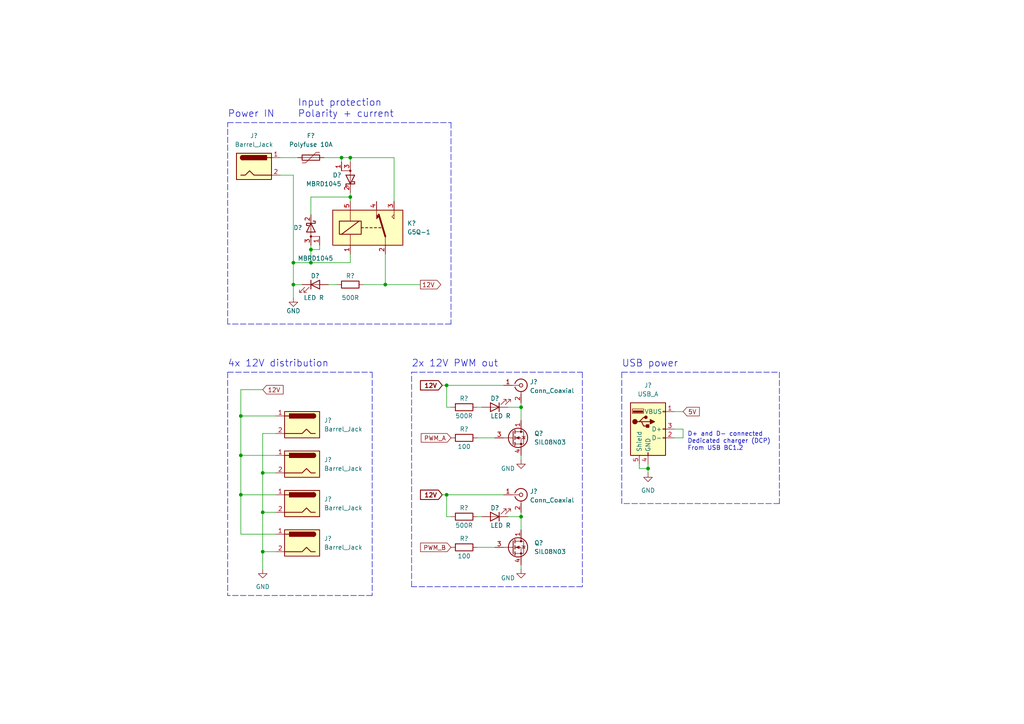
<source format=kicad_sch>
(kicad_sch (version 20211123) (generator eeschema)
  (paper "A4")
  (lib_symbols
    (symbol "Connector:Barrel_Jack" (pin_names (offset 1.016))
      (property "Reference" "J" (at 0 5.334 0))
      (property "Value" "Barrel_Jack" (at 0 -5.08 0))
      (symbol "Barrel_Jack_0_1"
        (rectangle (start -5.08 3.81) (end 5.08 -3.81) (stroke (width 0.254)) (fill (type background)))
        (arc (start -3.302 3.175) (mid -3.937 2.54) (end -3.302 1.905) (stroke (width 0.254)))
        (arc (start -3.302 3.175) (mid -3.937 2.54) (end -3.302 1.905) (stroke (width 0.254)) (fill (type outline)))
        (polyline (pts (xy 5.08 2.54) (xy 3.81 2.54)) (stroke (width 0.254)))
        (polyline (pts (xy -3.81 -2.54) (xy -2.54 -2.54) (xy -1.27 -1.27) (xy 0 -2.54) (xy 2.54 -2.54) (xy 5.08 -2.54)) (stroke (width 0.254)))
        (rectangle (start 3.683 3.175) (end -3.302 1.905) (stroke (width 0.254)) (fill (type outline)))
      )
      (symbol "Barrel_Jack_1_1"
        (pin passive line (at 7.62 2.54 180) (length 2.54) (name "~") (number "1"))
        (pin passive line (at 7.62 -2.54 180) (length 2.54) (name "~") (number "2"))
      )
    )
    (symbol "Connector:Conn_Coaxial" (pin_names (offset 1.016) hide)
      (property "Reference" "J" (at 0.254 3.048 0))
      (property "Value" "Conn_Coaxial" (at 2.921 0 90))
      (symbol "Conn_Coaxial_0_1"
        (arc (start -1.778 -0.508) (mid 0.222 -1.808) (end 1.778 0) (stroke (width 0.254)))
        (polyline (pts (xy -2.54 0) (xy -0.508 0)))
        (polyline (pts (xy 0 -2.54) (xy 0 -1.778)))
        (circle (center 0 0) (radius 0.508) (stroke (width 0.2032)))
        (arc (start 1.778 0) (mid 0.222 1.8083) (end -1.778 0.508) (stroke (width 0.254)))
      )
      (symbol "Conn_Coaxial_1_1"
        (pin passive line (at -5.08 0 0) (length 2.54) (name "In") (number "1"))
        (pin passive line (at 0 -5.08 90) (length 2.54) (name "Ext") (number "2"))
      )
    )
    (symbol "Connector:USB_A" (pin_names (offset 1.016))
      (property "Reference" "J" (at -5.08 11.43 0))
      (property "Value" "USB_A" (at -5.08 8.89 0))
      (symbol "USB_A_0_1"
        (rectangle (start -5.08 -7.62) (end 5.08 7.62) (stroke (width 0.254)) (fill (type background)))
        (circle (center -3.81 2.159) (radius 0.635) (stroke (width 0.254)) (fill (type outline)))
        (rectangle (start -1.524 4.826) (end -4.318 5.334) (fill (type outline)))
        (rectangle (start -1.27 4.572) (end -4.572 5.842))
        (circle (center -0.635 3.429) (radius 0.381) (stroke (width 0.254)) (fill (type outline)))
        (rectangle (start -0.127 -7.62) (end 0.127 -6.858))
        (polyline (pts (xy -3.175 2.159) (xy -2.54 2.159) (xy -1.27 3.429) (xy -0.635 3.429)) (stroke (width 0.254)))
        (polyline (pts (xy -2.54 2.159) (xy -1.905 2.159) (xy -1.27 0.889) (xy 0 0.889)) (stroke (width 0.254)))
        (polyline (pts (xy 0.635 2.794) (xy 0.635 1.524) (xy 1.905 2.159) (xy 0.635 2.794)) (stroke (width 0.254)) (fill (type outline)))
        (rectangle (start 0.254 1.27) (end -0.508 0.508) (stroke (width 0.254)) (fill (type outline)))
        (rectangle (start 5.08 -2.667) (end 4.318 -2.413))
        (rectangle (start 5.08 -0.127) (end 4.318 0.127))
        (rectangle (start 5.08 4.953) (end 4.318 5.207))
      )
      (symbol "USB_A_1_1"
        (polyline (pts (xy -1.905 2.159) (xy 0.635 2.159)) (stroke (width 0.254)))
        (pin power_in line (at 7.62 5.08 180) (length 2.54) (name "VBUS") (number "1"))
        (pin bidirectional line (at 7.62 -2.54 180) (length 2.54) (name "D-") (number "2"))
        (pin bidirectional line (at 7.62 0 180) (length 2.54) (name "D+") (number "3"))
        (pin power_in line (at 0 -10.16 90) (length 2.54) (name "GND") (number "4"))
        (pin passive line (at -2.54 -10.16 90) (length 2.54) (name "Shield") (number "5"))
      )
    )
    (symbol "Device:D_Schottky_AKA" (pin_names (offset 0) hide)
      (property "Reference" "D" (at 0 2.54 0))
      (property "Value" "D_Schottky_AKA" (at 0 -2.54 0))
      (symbol "D_Schottky_AKA_0_1"
        (polyline (pts (xy 1.27 1.27) (xy 1.27 -1.27) (xy -1.27 0) (xy 1.27 1.27)) (stroke (width 0.254)))
        (polyline (pts (xy 3.81 2.54) (xy 2.54 2.54) (xy 2.54 0) (xy -1.27 0)))
        (polyline (pts (xy -1.905 0.635) (xy -1.905 1.27) (xy -1.27 1.27) (xy -1.27 -1.27) (xy -0.635 -1.27) (xy -0.635 -0.635)) (stroke (width 0.254)))
        (circle (center 2.54 0) (radius 0.254) (fill (type outline)))
      )
      (symbol "D_Schottky_AKA_1_1"
        (pin input line (at 5.08 2.54 180) (length 2.54) (name "A") (number "1"))
        (pin passive line (at -3.81 0 0) (length 2.54) (name "K") (number "2"))
        (pin passive line (at 5.08 0 180) (length 2.54) (name "A") (number "3"))
      )
    )
    (symbol "Device:LED" (pin_numbers hide) (pin_names (offset 1.016) hide)
      (property "Reference" "D" (at 0 2.54 0))
      (property "Value" "LED" (at 0 -2.54 0))
      (symbol "LED_0_1"
        (polyline (pts (xy -1.27 -1.27) (xy -1.27 1.27)) (stroke (width 0.254)))
        (polyline (pts (xy -1.27 0) (xy 1.27 0)))
        (polyline (pts (xy 1.27 -1.27) (xy 1.27 1.27) (xy -1.27 0) (xy 1.27 -1.27)) (stroke (width 0.254)))
        (polyline (pts (xy -3.048 -0.762) (xy -4.572 -2.286) (xy -3.81 -2.286) (xy -4.572 -2.286) (xy -4.572 -1.524)))
        (polyline (pts (xy -1.778 -0.762) (xy -3.302 -2.286) (xy -2.54 -2.286) (xy -3.302 -2.286) (xy -3.302 -1.524)))
      )
      (symbol "LED_1_1"
        (pin passive line (at -3.81 0 0) (length 2.54) (name "K") (number "1"))
        (pin passive line (at 3.81 0 180) (length 2.54) (name "A") (number "2"))
      )
    )
    (symbol "Device:Polyfuse" (pin_numbers hide) (pin_names (offset 0))
      (property "Reference" "F" (at -2.54 0 90))
      (property "Value" "Polyfuse" (at 2.54 0 90))
      (symbol "Polyfuse_0_1"
        (rectangle (start -0.762 2.54) (end 0.762 -2.54) (stroke (width 0.254)))
        (polyline (pts (xy 0 2.54) (xy 0 -2.54)))
        (polyline (pts (xy -1.524 2.54) (xy -1.524 1.524) (xy 1.524 -1.524) (xy 1.524 -2.54)))
      )
      (symbol "Polyfuse_1_1"
        (pin passive line (at 0 3.81 270) (length 1.27) (name "~") (number "1"))
        (pin passive line (at 0 -3.81 90) (length 1.27) (name "~") (number "2"))
      )
    )
    (symbol "Device:R" (pin_numbers hide) (pin_names (offset 0))
      (property "Reference" "R" (at 2.032 0 90))
      (property "Value" "R" (at 0 0 90))
      (symbol "R_0_1"
        (rectangle (start -1.016 -2.54) (end 1.016 2.54) (stroke (width 0.254)))
      )
      (symbol "R_1_1"
        (pin passive line (at 0 3.81 270) (length 1.27) (name "~") (number "1"))
        (pin passive line (at 0 -3.81 90) (length 1.27) (name "~") (number "2"))
      )
    )
    (symbol "Relay:G5Q-1"
      (property "Reference" "K" (at 11.43 3.81 0))
      (property "Value" "G5Q-1" (at 11.43 1.27 0))
      (symbol "G5Q-1_0_0"
        (polyline (pts (xy 7.62 5.08) (xy 7.62 2.54) (xy 6.985 3.175) (xy 7.62 3.81)))
      )
      (symbol "G5Q-1_0_1"
        (rectangle (start -10.16 5.08) (end 10.16 -5.08) (stroke (width 0.254)) (fill (type background)))
        (rectangle (start -8.255 1.905) (end -1.905 -1.905) (stroke (width 0.254)))
        (polyline (pts (xy -7.62 -1.905) (xy -2.54 1.905)) (stroke (width 0.254)))
        (polyline (pts (xy -5.08 -5.08) (xy -5.08 -1.905)))
        (polyline (pts (xy -5.08 5.08) (xy -5.08 1.905)))
        (polyline (pts (xy -1.905 0) (xy -1.27 0)) (stroke (width 0.254)))
        (polyline (pts (xy -0.635 0) (xy 0 0)) (stroke (width 0.254)))
        (polyline (pts (xy 0.635 0) (xy 1.27 0)) (stroke (width 0.254)))
        (polyline (pts (xy 1.905 0) (xy 2.54 0)) (stroke (width 0.254)))
        (polyline (pts (xy 3.175 0) (xy 3.81 0)) (stroke (width 0.254)))
        (polyline (pts (xy 5.08 -2.54) (xy 3.175 3.81)) (stroke (width 0.508)))
        (polyline (pts (xy 5.08 -2.54) (xy 5.08 -5.08)))
        (polyline (pts (xy 2.54 5.08) (xy 2.54 2.54) (xy 3.175 3.175) (xy 2.54 3.81)) (fill (type outline)))
      )
      (symbol "G5Q-1_1_1"
        (pin passive line (at -5.08 -7.62 90) (length 2.54) (name "~") (number "1"))
        (pin passive line (at 5.08 -7.62 90) (length 2.54) (name "~") (number "2"))
        (pin passive line (at 7.62 7.62 270) (length 2.54) (name "~") (number "3"))
        (pin passive line (at 2.54 7.62 270) (length 2.54) (name "~") (number "4"))
        (pin passive line (at -5.08 7.62 270) (length 2.54) (name "~") (number "5"))
      )
    )
    (symbol "custom:SIL08N03" (pin_names (offset 0) hide)
      (property "Reference" "Q" (at 5.08 1.27 0))
      (property "Value" "SIL08N03" (at 5.08 -1.27 0))
      (symbol "SIL08N03_0_1"
        (polyline (pts (xy 0.254 0) (xy -2.54 0)))
        (polyline (pts (xy 0.254 1.905) (xy 0.254 -1.905)) (stroke (width 0.254)))
        (polyline (pts (xy 0.762 -1.27) (xy 0.762 -2.286)) (stroke (width 0.254)))
        (polyline (pts (xy 0.762 0.508) (xy 0.762 -0.508)) (stroke (width 0.254)))
        (polyline (pts (xy 0.762 2.286) (xy 0.762 1.27)) (stroke (width 0.254)))
        (polyline (pts (xy 2.54 2.54) (xy 2.54 1.778)))
        (polyline (pts (xy 2.54 -2.54) (xy 2.54 0) (xy 0.762 0)))
        (polyline (pts (xy 0.762 -1.778) (xy 3.302 -1.778) (xy 3.302 1.778) (xy 0.762 1.778)))
        (polyline (pts (xy 1.016 0) (xy 2.032 0.381) (xy 2.032 -0.381) (xy 1.016 0)) (fill (type outline)))
        (polyline (pts (xy 2.794 0.508) (xy 2.921 0.381) (xy 3.683 0.381) (xy 3.81 0.254)))
        (polyline (pts (xy 3.302 0.381) (xy 2.921 -0.254) (xy 3.683 -0.254) (xy 3.302 0.381)))
        (circle (center 1.651 0) (radius 2.794) (stroke (width 0.254)))
        (circle (center 2.54 -1.778) (radius 0.254) (fill (type outline)))
        (circle (center 2.54 1.778) (radius 0.254) (fill (type outline)))
      )
      (symbol "SIL08N03_1_1"
        (pin passive line (at 2.54 5.08 270) (length 2.54) (name "D") (number "1"))
        (pin passive line (at 2.54 5.08 270) (length 2.54) hide (name "D") (number "2"))
        (pin input line (at -5.08 0 0) (length 2.54) (name "G") (number "3"))
        (pin passive line (at 2.54 -5.08 90) (length 2.54) (name "S") (number "4"))
        (pin passive line (at 2.54 5.08 270) (length 2.54) hide (name "D") (number "5"))
        (pin passive line (at 2.54 5.08 270) (length 2.54) hide (name "D") (number "6"))
      )
    )
    (symbol "power:GND" (power) (pin_names (offset 0))
      (property "Value" "GND" (at 0 -3.81 0))
      (symbol "GND_0_1"
        (polyline (pts (xy 0 0) (xy 0 -1.27) (xy 1.27 -1.27) (xy 0 -2.54) (xy -1.27 -1.27) (xy 0 -1.27)))
      )
      (symbol "GND_1_1"
        (pin power_in line (at 0 0 270) (length 0) hide (name "GND") (number "1"))
      )
    )
  )
  (junction (at 69.85 143.51))
  (junction (at 151.13 118.11))
  (junction (at 187.96 135.89))
  (junction (at 101.6 45.72))
  (junction (at 151.13 149.86))
  (junction (at 129.54 143.51))
  (junction (at 69.85 132.08))
  (junction (at 111.76 82.55))
  (junction (at 90.17 72.39))
  (junction (at 85.09 76.2))
  (junction (at 129.54 111.76))
  (junction (at 76.2 148.59))
  (junction (at 85.09 82.55))
  (junction (at 99.06 45.72))
  (junction (at 76.2 160.02))
  (junction (at 90.17 76.2))
  (junction (at 76.2 137.16))
  (junction (at 69.85 120.65))
  (junction (at 101.6 57.15))
  (wire (pts (xy 198.12 124.46) (xy 198.12 127)))
  (wire (pts (xy 90.17 76.2) (xy 85.09 76.2)))
  (wire (pts (xy 111.76 73.66) (xy 111.76 82.55)))
  (wire (pts (xy 129.54 111.76) (xy 146.05 111.76)))
  (wire (pts (xy 99.06 45.72) (xy 93.98 45.72)))
  (polyline (pts (xy 130.81 35.56) (xy 130.81 93.98)))
  (wire (pts (xy 147.32 149.86) (xy 151.13 149.86)))
  (wire (pts (xy 76.2 160.02) (xy 76.2 165.1)))
  (wire (pts (xy 69.85 154.94) (xy 80.01 154.94)))
  (wire (pts (xy 151.13 149.86) (xy 151.13 153.67)))
  (wire (pts (xy 85.09 50.8) (xy 85.09 76.2)))
  (polyline (pts (xy 180.34 107.95) (xy 226.06 107.95)))
  (wire (pts (xy 138.43 118.11) (xy 139.7 118.11)))
  (wire (pts (xy 151.13 163.83) (xy 151.13 165.1)))
  (wire (pts (xy 138.43 158.75) (xy 143.51 158.75)))
  (wire (pts (xy 99.06 45.72) (xy 99.06 46.99)))
  (wire (pts (xy 76.2 137.16) (xy 80.01 137.16)))
  (wire (pts (xy 76.2 148.59) (xy 80.01 148.59)))
  (polyline (pts (xy 168.91 107.95) (xy 168.91 170.18)))
  (polyline (pts (xy 168.91 170.18) (xy 119.38 170.18)))
  (wire (pts (xy 69.85 143.51) (xy 69.85 154.94)))
  (wire (pts (xy 185.42 134.62) (xy 185.42 135.89)))
  (wire (pts (xy 87.63 82.55) (xy 85.09 82.55)))
  (wire (pts (xy 90.17 57.15) (xy 101.6 57.15)))
  (wire (pts (xy 195.58 127) (xy 198.12 127)))
  (wire (pts (xy 101.6 57.15) (xy 101.6 58.42)))
  (wire (pts (xy 138.43 149.86) (xy 139.7 149.86)))
  (polyline (pts (xy 66.04 107.95) (xy 66.04 172.72)))
  (wire (pts (xy 101.6 57.15) (xy 101.6 55.88)))
  (wire (pts (xy 138.43 127) (xy 143.51 127)))
  (wire (pts (xy 111.76 82.55) (xy 121.92 82.55)))
  (wire (pts (xy 187.96 134.62) (xy 187.96 135.89)))
  (wire (pts (xy 76.2 125.73) (xy 76.2 137.16)))
  (wire (pts (xy 128.27 143.51) (xy 129.54 143.51)))
  (polyline (pts (xy 226.06 146.05) (xy 180.34 146.05)))
  (polyline (pts (xy 66.04 93.98) (xy 66.04 35.56)))
  (wire (pts (xy 76.2 160.02) (xy 80.01 160.02)))
  (polyline (pts (xy 180.34 107.95) (xy 180.34 146.05)))
  (wire (pts (xy 185.42 135.89) (xy 187.96 135.89)))
  (wire (pts (xy 195.58 119.38) (xy 198.12 119.38)))
  (wire (pts (xy 85.09 82.55) (xy 85.09 86.36)))
  (polyline (pts (xy 119.38 107.95) (xy 168.91 107.95)))
  (wire (pts (xy 92.71 72.39) (xy 90.17 72.39)))
  (wire (pts (xy 101.6 73.66) (xy 101.6 76.2)))
  (wire (pts (xy 85.09 76.2) (xy 85.09 82.55)))
  (wire (pts (xy 128.27 111.76) (xy 129.54 111.76)))
  (wire (pts (xy 81.28 45.72) (xy 86.36 45.72)))
  (wire (pts (xy 69.85 132.08) (xy 80.01 132.08)))
  (wire (pts (xy 151.13 118.11) (xy 151.13 121.92)))
  (wire (pts (xy 101.6 45.72) (xy 99.06 45.72)))
  (wire (pts (xy 76.2 125.73) (xy 80.01 125.73)))
  (wire (pts (xy 114.3 45.72) (xy 101.6 45.72)))
  (wire (pts (xy 76.2 113.03) (xy 69.85 113.03)))
  (wire (pts (xy 90.17 72.39) (xy 90.17 71.12)))
  (polyline (pts (xy 130.81 93.98) (xy 66.04 93.98)))
  (wire (pts (xy 69.85 120.65) (xy 80.01 120.65)))
  (wire (pts (xy 69.85 120.65) (xy 69.85 132.08)))
  (wire (pts (xy 76.2 137.16) (xy 76.2 148.59)))
  (wire (pts (xy 129.54 149.86) (xy 129.54 143.51)))
  (wire (pts (xy 92.71 71.12) (xy 92.71 72.39)))
  (polyline (pts (xy 66.04 35.56) (xy 130.81 35.56)))
  (wire (pts (xy 81.28 50.8) (xy 85.09 50.8)))
  (wire (pts (xy 130.81 149.86) (xy 129.54 149.86)))
  (wire (pts (xy 97.79 82.55) (xy 95.25 82.55)))
  (wire (pts (xy 151.13 116.84) (xy 151.13 118.11)))
  (wire (pts (xy 129.54 143.51) (xy 146.05 143.51)))
  (wire (pts (xy 101.6 76.2) (xy 90.17 76.2)))
  (wire (pts (xy 114.3 58.42) (xy 114.3 45.72)))
  (polyline (pts (xy 226.06 107.95) (xy 226.06 146.05)))
  (wire (pts (xy 90.17 72.39) (xy 90.17 76.2)))
  (polyline (pts (xy 107.95 107.95) (xy 107.95 172.72)))
  (wire (pts (xy 147.32 118.11) (xy 151.13 118.11)))
  (wire (pts (xy 151.13 132.08) (xy 151.13 133.35)))
  (wire (pts (xy 69.85 113.03) (xy 69.85 120.65)))
  (polyline (pts (xy 66.04 107.95) (xy 107.95 107.95)))
  (wire (pts (xy 105.41 82.55) (xy 111.76 82.55)))
  (wire (pts (xy 129.54 118.11) (xy 129.54 111.76)))
  (wire (pts (xy 195.58 124.46) (xy 198.12 124.46)))
  (polyline (pts (xy 119.38 170.18) (xy 119.38 107.95)))
  (wire (pts (xy 187.96 135.89) (xy 187.96 137.16)))
  (polyline (pts (xy 107.95 172.72) (xy 66.04 172.72)))
  (wire (pts (xy 130.81 118.11) (xy 129.54 118.11)))
  (wire (pts (xy 76.2 148.59) (xy 76.2 160.02)))
  (wire (pts (xy 69.85 132.08) (xy 69.85 143.51)))
  (wire (pts (xy 69.85 143.51) (xy 80.01 143.51)))
  (wire (pts (xy 90.17 62.23) (xy 90.17 57.15)))
  (polyline (pts (xy 119.38 107.95) (xy 119.38 107.95)))
  (wire (pts (xy 151.13 148.59) (xy 151.13 149.86)))
  (wire (pts (xy 101.6 46.99) (xy 101.6 45.72)))
  (text "4x 12V distribution" (at 66.04 106.68 0) (effects (font (size 2 2)) (justify left bottom)))
  (text "Input protection\nPolarity + current" (at 86.36 34.29 0) (effects (font (size 2 2)) (justify left bottom)))
  (text "Power IN" (at 66.04 34.29 0) (effects (font (size 2 2)) (justify left bottom)))
  (text "USB power" (at 180.34 106.68 0) (effects (font (size 2 2)) (justify left bottom)))
  (text "D+ and D- connected\nDedicated charger (DCP)\nFrom USB BC1.2" (at 199.39 130.81 0) (effects (font (size 1.27 1.27)) (justify left bottom)))
  (text "2x 12V PWM out" (at 119.38 106.68 0) (effects (font (size 2 2)) (justify left bottom)))
  (global_label "12V" (shape output) (at 121.92 82.55 0) (property "Intersheet References" "${INTERSHEET_REFS}" (effects hide)))
  (global_label "5V" (shape input) (at 198.12 119.38 0) (property "Intersheet References" "${INTERSHEET_REFS}" (effects hide)))
  (global_label "12V" (shape input) (at 128.27 111.76 180) (effects (font bold)) (property "Intersheet References" "${INTERSHEET_REFS}" (effects hide)))
  (global_label "PWM_B" (shape input) (at 130.81 158.75 180) (property "Intersheet References" "${INTERSHEET_REFS}" (effects hide)))
  (global_label "12V" (shape input) (at 128.27 143.51 180) (effects (font bold)) (property "Intersheet References" "${INTERSHEET_REFS}" (effects hide)))
  (global_label "12V" (shape input) (at 76.2 113.03 0) (property "Intersheet References" "${INTERSHEET_REFS}" (effects hide)))
  (global_label "PWM_A" (shape input) (at 130.81 127 180) (property "Intersheet References" "${INTERSHEET_REFS}" (effects hide)))
  (symbol (lib_id "Connector:Barrel_Jack") (at 73.66 48.26 0) (unit 1)
    (property "Reference" "J?" (at 73.66 39.37 0))
    (property "Value" "Barrel_Jack" (at 73.66 41.91 0))
  )
  (symbol (lib_id "Connector:Conn_Coaxial") (at 151.13 143.51 0) (unit 1)
    (property "Reference" "J?" (at 153.67 142.5331 0) (effects (justify left)))
    (property "Value" "Conn_Coaxial" (at 153.67 145.0731 0) (effects (justify left)))
    (property "Datasheet" " ~" (effects hide))
  )
  (symbol (lib_id "Device:Polyfuse") (at 90.17 45.72 90) (unit 1)
    (property "Reference" "F?" (at 90.17 39.37 90))
    (property "Value" "Polyfuse 10A" (at 90.17 41.91 90))
  )
  (symbol (lib_id "Connector:Barrel_Jack") (at 87.63 123.19 0) (mirror y) (unit 1)
    (property "Reference" "J?" (at 93.98 121.9199 0) (effects (justify right)))
    (property "Value" "Barrel_Jack" (at 93.98 124.4599 0) (effects (justify right)))
  )
  (symbol (lib_id "Device:D_Schottky_AKA") (at 101.6 52.07 90) (unit 1)
    (property "Reference" "D?" (at 99.06 50.8 90) (effects (justify left)))
    (property "Value" "MBRD1045" (at 99.06 53.34 90) (effects (justify left)))
  )
  (symbol (lib_id "Device:D_Schottky_AKA") (at 90.17 66.04 270) (unit 1)
    (property "Reference" "D?" (at 85.09 66.04 90) (effects (justify left)))
    (property "Value" "MBRD1045" (at 86.36 74.93 90) (effects (justify left)))
  )
  (symbol (lib_id "Device:R") (at 134.62 118.11 90) (unit 1)
    (property "Reference" "R?" (at 135.89 115.57 90) (effects (justify left)))
    (property "Value" "500R" (at 137.16 120.65 90) (effects (justify left)))
  )
  (symbol (lib_id "Connector:USB_A") (at 187.96 124.46 0) (unit 1)
    (property "Reference" "J?" (at 187.96 111.76 0))
    (property "Value" "USB_A" (at 187.96 114.3 0))
    (property "Datasheet" " ~" (effects hide))
  )
  (symbol (lib_id "Connector:Barrel_Jack") (at 87.63 146.05 0) (mirror y) (unit 1)
    (property "Reference" "J?" (at 93.98 144.7799 0) (effects (justify right)))
    (property "Value" "Barrel_Jack" (at 93.98 147.3199 0) (effects (justify right)))
  )
  (symbol (lib_id "Device:LED") (at 143.51 149.86 180) (unit 1)
    (property "Reference" "D?" (at 142.24 147.32 0) (effects (justify right)))
    (property "Value" "LED R" (at 142.24 152.4 0) (effects (justify right)))
  )
  (symbol (lib_id "Device:R") (at 101.6 82.55 270) (unit 1)
    (property "Reference" "R?" (at 100.33 80.01 90) (effects (justify left)))
    (property "Value" "500R" (at 99.06 86.36 90) (effects (justify left)))
  )
  (symbol (lib_id "Device:R") (at 134.62 149.86 90) (unit 1)
    (property "Reference" "R?" (at 135.89 147.32 90) (effects (justify left)))
    (property "Value" "500R" (at 137.16 152.4 90) (effects (justify left)))
  )
  (symbol (lib_id "Device:LED") (at 91.44 82.55 0) (unit 1)
    (property "Reference" "D?" (at 92.71 80.01 0) (effects (justify right)))
    (property "Value" "LED R" (at 93.98 86.36 0) (effects (justify right)))
  )
  (symbol (lib_id "custom:SIL08N03") (at 148.59 127 0) (unit 1)
    (property "Reference" "Q?" (at 154.94 125.7299 0) (effects (justify left)))
    (property "Value" "SIL08N03" (at 154.94 128.2699 0) (effects (justify left)))
    (property "Footprint" "Package_TO_SOT_SMD:SOT-23-6" (effects hide))
    (property "Datasheet" "https://www.mccsemi.com/pdf/Products/SIL08N03(SOT23-6L).pdf" (effects hide))
  )
  (symbol (lib_id "Relay:G5Q-1") (at 106.68 66.04 0) (unit 1)
    (property "Reference" "K?" (at 118.11 64.7699 0) (effects (justify left)))
    (property "Value" "G5Q-1" (at 118.11 67.3099 0) (effects (justify left)))
    (property "Footprint" "Relay_THT:Relay_SPDT_Omron-G5Q-1" (effects hide))
    (property "Datasheet" "https://www.omron.com/ecb/products/pdf/en-g5q.pdf" (effects hide))
  )
  (symbol (lib_id "Device:R") (at 134.62 158.75 270) (unit 1)
    (property "Reference" "R?" (at 134.62 156.21 90))
    (property "Value" "100" (at 134.62 161.29 90))
  )
  (symbol (lib_id "power:GND") (at 76.2 165.1 0) (unit 1)
    (property "Reference" "#PWR?" (effects hide))
    (property "Value" "GND" (at 76.2 170.18 0))
  )
  (symbol (lib_id "Device:LED") (at 143.51 118.11 180) (unit 1)
    (property "Reference" "D?" (at 142.24 115.57 0) (effects (justify right)))
    (property "Value" "LED R" (at 142.24 120.65 0) (effects (justify right)))
  )
  (symbol (lib_id "power:GND") (at 187.96 137.16 0) (unit 1)
    (property "Reference" "#PWR?" (effects hide))
    (property "Value" "GND" (at 187.96 142.24 0))
  )
  (symbol (lib_id "Device:R") (at 134.62 127 270) (unit 1)
    (property "Reference" "R?" (at 134.62 124.46 90))
    (property "Value" "100" (at 134.62 129.54 90))
  )
  (symbol (lib_id "power:GND") (at 151.13 133.35 0) (unit 1)
    (property "Reference" "#PWR?" (effects hide))
    (property "Value" "GND" (at 147.32 135.89 0))
  )
  (symbol (lib_id "Connector:Barrel_Jack") (at 87.63 157.48 0) (mirror y) (unit 1)
    (property "Reference" "J?" (at 93.98 156.2099 0) (effects (justify right)))
    (property "Value" "Barrel_Jack" (at 93.98 158.7499 0) (effects (justify right)))
  )
  (symbol (lib_id "power:GND") (at 151.13 165.1 0) (unit 1)
    (property "Reference" "#PWR?" (effects hide))
    (property "Value" "GND" (at 147.32 167.64 0))
  )
  (symbol (lib_id "Connector:Barrel_Jack") (at 87.63 134.62 0) (mirror y) (unit 1)
    (property "Reference" "J?" (at 93.98 133.3499 0) (effects (justify right)))
    (property "Value" "Barrel_Jack" (at 93.98 135.8899 0) (effects (justify right)))
  )
  (symbol (lib_id "Connector:Conn_Coaxial") (at 151.13 111.76 0) (unit 1)
    (property "Reference" "J?" (at 153.67 110.7831 0) (effects (justify left)))
    (property "Value" "Conn_Coaxial" (at 153.67 113.3231 0) (effects (justify left)))
    (property "Datasheet" " ~" (effects hide))
  )
  (symbol (lib_id "power:GND") (at 85.09 86.36 0) (unit 1)
    (property "Reference" "#PWR?" (effects hide))
    (property "Value" "GND" (at 85.09 90.17 0))
  )
  (symbol (lib_id "custom:SIL08N03") (at 148.59 158.75 0) (unit 1)
    (property "Reference" "Q?" (at 154.94 157.4799 0) (effects (justify left)))
    (property "Value" "SIL08N03" (at 154.94 160.0199 0) (effects (justify left)))
    (property "Footprint" "Package_TO_SOT_SMD:SOT-23-6" (effects hide))
    (property "Datasheet" "https://www.mccsemi.com/pdf/Products/SIL08N03(SOT23-6L).pdf" (effects hide))
  )
)
</source>
